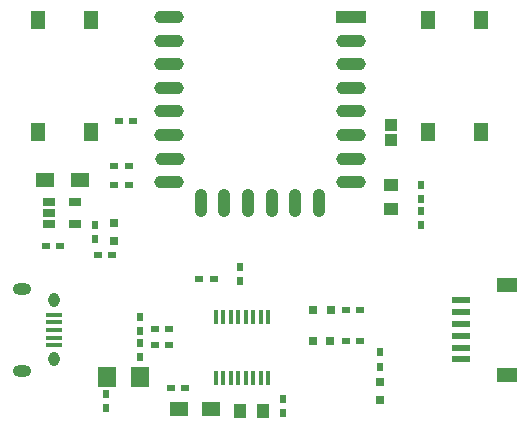
<source format=gbr>
G04 #@! TF.FileFunction,Soldermask,Bot*
%FSLAX46Y46*%
G04 Gerber Fmt 4.6, Leading zero omitted, Abs format (unit mm)*
G04 Created by KiCad (PCBNEW 4.0.4-stable) date 01/29/17 20:31:17*
%MOMM*%
%LPD*%
G01*
G04 APERTURE LIST*
%ADD10C,0.100000*%
%ADD11R,0.600000X0.700000*%
%ADD12R,1.550000X0.600000*%
%ADD13R,1.800000X1.200000*%
%ADD14R,0.700000X0.600000*%
%ADD15R,1.000000X1.000000*%
%ADD16R,0.797560X0.797560*%
%ADD17R,1.600200X1.803400*%
%ADD18R,1.500000X1.300000*%
%ADD19R,1.350000X0.400000*%
%ADD20O,0.950000X1.250000*%
%ADD21O,1.550000X1.000000*%
%ADD22R,1.060000X0.650000*%
%ADD23R,0.400000X1.200000*%
%ADD24R,2.500000X1.100000*%
%ADD25O,2.500000X1.100000*%
%ADD26O,1.100000X2.400000*%
%ADD27R,1.300000X1.550000*%
%ADD28R,1.500000X1.200000*%
%ADD29R,1.250000X1.000000*%
%ADD30R,1.000000X1.250000*%
G04 APERTURE END LIST*
D10*
D11*
X108600000Y-127600000D03*
X108600000Y-128800000D03*
D12*
X139562500Y-134000000D03*
X139562500Y-135000000D03*
X139562500Y-136000000D03*
X139562500Y-137000000D03*
X139562500Y-138000000D03*
X139562500Y-139000000D03*
D13*
X143437500Y-132700000D03*
X143437500Y-140300000D03*
D11*
X136200000Y-126400000D03*
X136200000Y-127600000D03*
D14*
X110200000Y-124200000D03*
X111400000Y-124200000D03*
X111800000Y-118800000D03*
X110600000Y-118800000D03*
X110000000Y-130200000D03*
X108800000Y-130200000D03*
D11*
X136200000Y-125400000D03*
X136200000Y-124200000D03*
D14*
X110200000Y-122600000D03*
X111400000Y-122600000D03*
D15*
X133600000Y-119150000D03*
X133600000Y-120450000D03*
D11*
X109500000Y-143100000D03*
X109500000Y-141900000D03*
D14*
X104400000Y-129400000D03*
X105600000Y-129400000D03*
D11*
X112400000Y-138800000D03*
X112400000Y-137600000D03*
X112400000Y-135400000D03*
X112400000Y-136600000D03*
X124450000Y-143550000D03*
X124450000Y-142350000D03*
D14*
X116200000Y-141400000D03*
X115000000Y-141400000D03*
D16*
X110200000Y-127450700D03*
X110200000Y-128949300D03*
X128500000Y-137400000D03*
X127001400Y-137400000D03*
X128549300Y-134800000D03*
X127050700Y-134800000D03*
D17*
X112397000Y-140500000D03*
X109603000Y-140500000D03*
D18*
X118350000Y-143200000D03*
X115650000Y-143200000D03*
D19*
X105062540Y-137800900D03*
X105062540Y-137150900D03*
X105062540Y-136500900D03*
X105062540Y-135850900D03*
X105062540Y-135200900D03*
D20*
X105062540Y-139000900D03*
X105062540Y-134000900D03*
D21*
X102362540Y-140000900D03*
X102362540Y-133000900D03*
D14*
X117400000Y-132200000D03*
X118600000Y-132200000D03*
D11*
X120800000Y-131200000D03*
X120800000Y-132400000D03*
D14*
X114800000Y-137800000D03*
X113600000Y-137800000D03*
X114800000Y-136400000D03*
X113600000Y-136400000D03*
X131000000Y-137400000D03*
X129800000Y-137400000D03*
X131000000Y-134800000D03*
X129800000Y-134800000D03*
D22*
X104700000Y-127550000D03*
X104700000Y-126600000D03*
X104700000Y-125650000D03*
X106900000Y-125650000D03*
X106900000Y-127550000D03*
D23*
X118777500Y-135400000D03*
X119412500Y-135400000D03*
X120047500Y-135400000D03*
X120682500Y-135400000D03*
X121317500Y-135400000D03*
X121952500Y-135400000D03*
X122587500Y-135400000D03*
X123222500Y-135400000D03*
X123222500Y-140600000D03*
X122587500Y-140600000D03*
X121952500Y-140600000D03*
X121317500Y-140600000D03*
X120682500Y-140600000D03*
X120047500Y-140600000D03*
X119412500Y-140600000D03*
X118777500Y-140600000D03*
D24*
X130200000Y-110000000D03*
D25*
X130200000Y-112000000D03*
X130200000Y-114000000D03*
X130200000Y-116000000D03*
X130200000Y-118000000D03*
X130200000Y-120000000D03*
X130200000Y-122000000D03*
X130200000Y-124000000D03*
D26*
X127510000Y-125750000D03*
X125510000Y-125750000D03*
X123510000Y-125750000D03*
X121510000Y-125750000D03*
X119510000Y-125750000D03*
X117510000Y-125750000D03*
D25*
X114800000Y-124000000D03*
X114900000Y-122000000D03*
X114800000Y-120000000D03*
X114800000Y-118000000D03*
X114800000Y-116000000D03*
X114800000Y-114000000D03*
X114800000Y-112000000D03*
X114800000Y-110000000D03*
D27*
X141250000Y-119750000D03*
X136750000Y-119750000D03*
X136750000Y-110250000D03*
X141250000Y-110250000D03*
X103750000Y-110250000D03*
X108250000Y-110250000D03*
X108250000Y-119750000D03*
X103750000Y-119750000D03*
D16*
X132700000Y-140950700D03*
X132700000Y-142449300D03*
D11*
X132700000Y-138400000D03*
X132700000Y-139600000D03*
D28*
X107250000Y-123800000D03*
X104350000Y-123800000D03*
D29*
X133600000Y-126250000D03*
X133600000Y-124250000D03*
D30*
X122800000Y-143400000D03*
X120800000Y-143400000D03*
M02*

</source>
